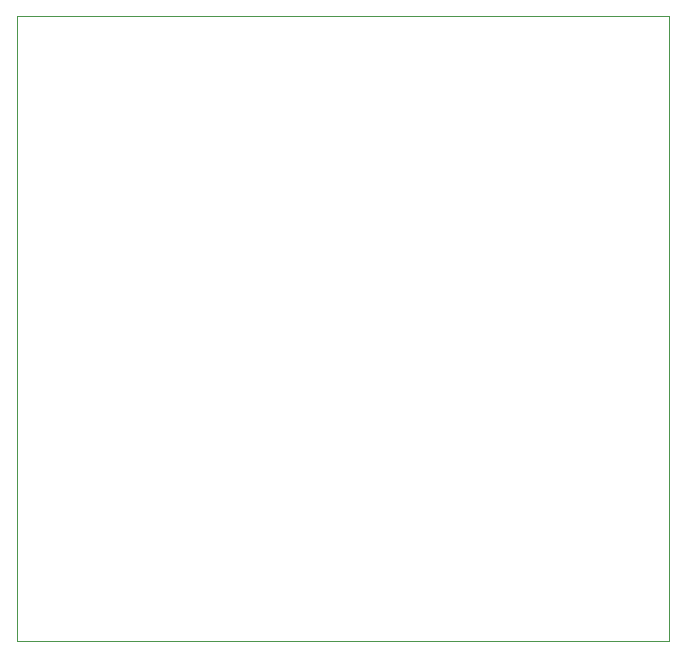
<source format=gm1>
G04 #@! TF.GenerationSoftware,KiCad,Pcbnew,(5.1.6)-1*
G04 #@! TF.CreationDate,2024-01-17T07:30:29-05:00*
G04 #@! TF.ProjectId,amiga-2000-usb-kb-stamp,616d6967-612d-4323-9030-302d7573622d,rev?*
G04 #@! TF.SameCoordinates,Original*
G04 #@! TF.FileFunction,Profile,NP*
%FSLAX46Y46*%
G04 Gerber Fmt 4.6, Leading zero omitted, Abs format (unit mm)*
G04 Created by KiCad (PCBNEW (5.1.6)-1) date 2024-01-17 07:30:29*
%MOMM*%
%LPD*%
G01*
G04 APERTURE LIST*
G04 #@! TA.AperFunction,Profile*
%ADD10C,0.050000*%
G04 #@! TD*
G04 APERTURE END LIST*
D10*
X128270000Y-118999000D02*
X128778000Y-118999000D01*
X128270000Y-66040000D02*
X128270000Y-118999000D01*
X183515000Y-66040000D02*
X128270000Y-66040000D01*
X183515000Y-118999000D02*
X183515000Y-66040000D01*
X128778000Y-118999000D02*
X183515000Y-118999000D01*
M02*

</source>
